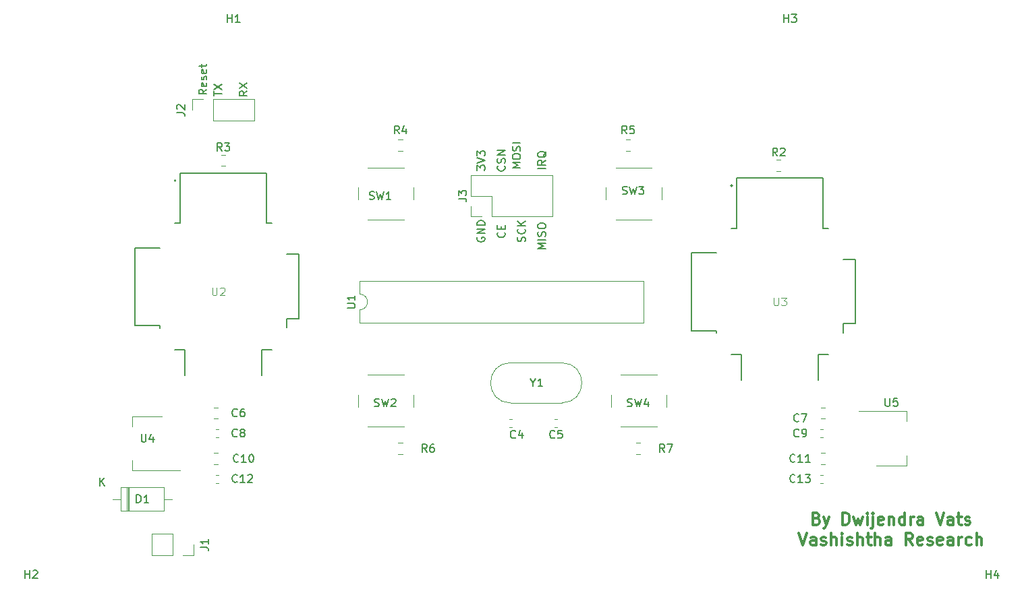
<source format=gbr>
%TF.GenerationSoftware,KiCad,Pcbnew,(5.1.6)-1*%
%TF.CreationDate,2021-01-04T11:57:39+05:30*%
%TF.ProjectId,JoyStick2,4a6f7953-7469-4636-9b32-2e6b69636164,rev?*%
%TF.SameCoordinates,Original*%
%TF.FileFunction,Legend,Top*%
%TF.FilePolarity,Positive*%
%FSLAX46Y46*%
G04 Gerber Fmt 4.6, Leading zero omitted, Abs format (unit mm)*
G04 Created by KiCad (PCBNEW (5.1.6)-1) date 2021-01-04 11:57:39*
%MOMM*%
%LPD*%
G01*
G04 APERTURE LIST*
%ADD10C,0.150000*%
%ADD11C,0.300000*%
%ADD12C,0.120000*%
%ADD13C,0.200000*%
%ADD14C,0.127000*%
%ADD15C,0.015000*%
G04 APERTURE END LIST*
D10*
X100147380Y-53506666D02*
X99671190Y-53840000D01*
X100147380Y-54078095D02*
X99147380Y-54078095D01*
X99147380Y-53697142D01*
X99195000Y-53601904D01*
X99242619Y-53554285D01*
X99337857Y-53506666D01*
X99480714Y-53506666D01*
X99575952Y-53554285D01*
X99623571Y-53601904D01*
X99671190Y-53697142D01*
X99671190Y-54078095D01*
X99147380Y-53173333D02*
X100147380Y-52506666D01*
X99147380Y-52506666D02*
X100147380Y-53173333D01*
X95972380Y-54101904D02*
X95972380Y-53530476D01*
X96972380Y-53816190D02*
X95972380Y-53816190D01*
X95972380Y-53292380D02*
X96972380Y-52625714D01*
X95972380Y-52625714D02*
X96972380Y-53292380D01*
X95067380Y-53308095D02*
X94591190Y-53641428D01*
X95067380Y-53879523D02*
X94067380Y-53879523D01*
X94067380Y-53498571D01*
X94115000Y-53403333D01*
X94162619Y-53355714D01*
X94257857Y-53308095D01*
X94400714Y-53308095D01*
X94495952Y-53355714D01*
X94543571Y-53403333D01*
X94591190Y-53498571D01*
X94591190Y-53879523D01*
X95019761Y-52498571D02*
X95067380Y-52593809D01*
X95067380Y-52784285D01*
X95019761Y-52879523D01*
X94924523Y-52927142D01*
X94543571Y-52927142D01*
X94448333Y-52879523D01*
X94400714Y-52784285D01*
X94400714Y-52593809D01*
X94448333Y-52498571D01*
X94543571Y-52450952D01*
X94638809Y-52450952D01*
X94734047Y-52927142D01*
X95019761Y-52070000D02*
X95067380Y-51974761D01*
X95067380Y-51784285D01*
X95019761Y-51689047D01*
X94924523Y-51641428D01*
X94876904Y-51641428D01*
X94781666Y-51689047D01*
X94734047Y-51784285D01*
X94734047Y-51927142D01*
X94686428Y-52022380D01*
X94591190Y-52070000D01*
X94543571Y-52070000D01*
X94448333Y-52022380D01*
X94400714Y-51927142D01*
X94400714Y-51784285D01*
X94448333Y-51689047D01*
X95019761Y-50831904D02*
X95067380Y-50927142D01*
X95067380Y-51117619D01*
X95019761Y-51212857D01*
X94924523Y-51260476D01*
X94543571Y-51260476D01*
X94448333Y-51212857D01*
X94400714Y-51117619D01*
X94400714Y-50927142D01*
X94448333Y-50831904D01*
X94543571Y-50784285D01*
X94638809Y-50784285D01*
X94734047Y-51260476D01*
X94400714Y-50498571D02*
X94400714Y-50117619D01*
X94067380Y-50355714D02*
X94924523Y-50355714D01*
X95019761Y-50308095D01*
X95067380Y-50212857D01*
X95067380Y-50117619D01*
X137612380Y-63253809D02*
X136612380Y-63253809D01*
X137612380Y-62206190D02*
X137136190Y-62539523D01*
X137612380Y-62777619D02*
X136612380Y-62777619D01*
X136612380Y-62396666D01*
X136660000Y-62301428D01*
X136707619Y-62253809D01*
X136802857Y-62206190D01*
X136945714Y-62206190D01*
X137040952Y-62253809D01*
X137088571Y-62301428D01*
X137136190Y-62396666D01*
X137136190Y-62777619D01*
X137707619Y-61110952D02*
X137660000Y-61206190D01*
X137564761Y-61301428D01*
X137421904Y-61444285D01*
X137374285Y-61539523D01*
X137374285Y-61634761D01*
X137612380Y-61587142D02*
X137564761Y-61682380D01*
X137469523Y-61777619D01*
X137279047Y-61825238D01*
X136945714Y-61825238D01*
X136755238Y-61777619D01*
X136660000Y-61682380D01*
X136612380Y-61587142D01*
X136612380Y-61396666D01*
X136660000Y-61301428D01*
X136755238Y-61206190D01*
X136945714Y-61158571D01*
X137279047Y-61158571D01*
X137469523Y-61206190D01*
X137564761Y-61301428D01*
X137612380Y-61396666D01*
X137612380Y-61587142D01*
X137612380Y-73326428D02*
X136612380Y-73326428D01*
X137326666Y-72993095D01*
X136612380Y-72659761D01*
X137612380Y-72659761D01*
X137612380Y-72183571D02*
X136612380Y-72183571D01*
X137564761Y-71755000D02*
X137612380Y-71612142D01*
X137612380Y-71374047D01*
X137564761Y-71278809D01*
X137517142Y-71231190D01*
X137421904Y-71183571D01*
X137326666Y-71183571D01*
X137231428Y-71231190D01*
X137183809Y-71278809D01*
X137136190Y-71374047D01*
X137088571Y-71564523D01*
X137040952Y-71659761D01*
X136993333Y-71707380D01*
X136898095Y-71755000D01*
X136802857Y-71755000D01*
X136707619Y-71707380D01*
X136660000Y-71659761D01*
X136612380Y-71564523D01*
X136612380Y-71326428D01*
X136660000Y-71183571D01*
X136612380Y-70564523D02*
X136612380Y-70374047D01*
X136660000Y-70278809D01*
X136755238Y-70183571D01*
X136945714Y-70135952D01*
X137279047Y-70135952D01*
X137469523Y-70183571D01*
X137564761Y-70278809D01*
X137612380Y-70374047D01*
X137612380Y-70564523D01*
X137564761Y-70659761D01*
X137469523Y-70755000D01*
X137279047Y-70802619D01*
X136945714Y-70802619D01*
X136755238Y-70755000D01*
X136660000Y-70659761D01*
X136612380Y-70564523D01*
X134437380Y-63166428D02*
X133437380Y-63166428D01*
X134151666Y-62833095D01*
X133437380Y-62499761D01*
X134437380Y-62499761D01*
X133437380Y-61833095D02*
X133437380Y-61642619D01*
X133485000Y-61547380D01*
X133580238Y-61452142D01*
X133770714Y-61404523D01*
X134104047Y-61404523D01*
X134294523Y-61452142D01*
X134389761Y-61547380D01*
X134437380Y-61642619D01*
X134437380Y-61833095D01*
X134389761Y-61928333D01*
X134294523Y-62023571D01*
X134104047Y-62071190D01*
X133770714Y-62071190D01*
X133580238Y-62023571D01*
X133485000Y-61928333D01*
X133437380Y-61833095D01*
X134389761Y-61023571D02*
X134437380Y-60880714D01*
X134437380Y-60642619D01*
X134389761Y-60547380D01*
X134342142Y-60499761D01*
X134246904Y-60452142D01*
X134151666Y-60452142D01*
X134056428Y-60499761D01*
X134008809Y-60547380D01*
X133961190Y-60642619D01*
X133913571Y-60833095D01*
X133865952Y-60928333D01*
X133818333Y-60975952D01*
X133723095Y-61023571D01*
X133627857Y-61023571D01*
X133532619Y-60975952D01*
X133485000Y-60928333D01*
X133437380Y-60833095D01*
X133437380Y-60595000D01*
X133485000Y-60452142D01*
X134437380Y-60023571D02*
X133437380Y-60023571D01*
X135024761Y-72405714D02*
X135072380Y-72262857D01*
X135072380Y-72024761D01*
X135024761Y-71929523D01*
X134977142Y-71881904D01*
X134881904Y-71834285D01*
X134786666Y-71834285D01*
X134691428Y-71881904D01*
X134643809Y-71929523D01*
X134596190Y-72024761D01*
X134548571Y-72215238D01*
X134500952Y-72310476D01*
X134453333Y-72358095D01*
X134358095Y-72405714D01*
X134262857Y-72405714D01*
X134167619Y-72358095D01*
X134120000Y-72310476D01*
X134072380Y-72215238D01*
X134072380Y-71977142D01*
X134120000Y-71834285D01*
X134977142Y-70834285D02*
X135024761Y-70881904D01*
X135072380Y-71024761D01*
X135072380Y-71120000D01*
X135024761Y-71262857D01*
X134929523Y-71358095D01*
X134834285Y-71405714D01*
X134643809Y-71453333D01*
X134500952Y-71453333D01*
X134310476Y-71405714D01*
X134215238Y-71358095D01*
X134120000Y-71262857D01*
X134072380Y-71120000D01*
X134072380Y-71024761D01*
X134120000Y-70881904D01*
X134167619Y-70834285D01*
X135072380Y-70405714D02*
X134072380Y-70405714D01*
X135072380Y-69834285D02*
X134500952Y-70262857D01*
X134072380Y-69834285D02*
X134643809Y-70405714D01*
X132437142Y-62920476D02*
X132484761Y-62968095D01*
X132532380Y-63110952D01*
X132532380Y-63206190D01*
X132484761Y-63349047D01*
X132389523Y-63444285D01*
X132294285Y-63491904D01*
X132103809Y-63539523D01*
X131960952Y-63539523D01*
X131770476Y-63491904D01*
X131675238Y-63444285D01*
X131580000Y-63349047D01*
X131532380Y-63206190D01*
X131532380Y-63110952D01*
X131580000Y-62968095D01*
X131627619Y-62920476D01*
X132484761Y-62539523D02*
X132532380Y-62396666D01*
X132532380Y-62158571D01*
X132484761Y-62063333D01*
X132437142Y-62015714D01*
X132341904Y-61968095D01*
X132246666Y-61968095D01*
X132151428Y-62015714D01*
X132103809Y-62063333D01*
X132056190Y-62158571D01*
X132008571Y-62349047D01*
X131960952Y-62444285D01*
X131913333Y-62491904D01*
X131818095Y-62539523D01*
X131722857Y-62539523D01*
X131627619Y-62491904D01*
X131580000Y-62444285D01*
X131532380Y-62349047D01*
X131532380Y-62110952D01*
X131580000Y-61968095D01*
X132532380Y-61539523D02*
X131532380Y-61539523D01*
X132532380Y-60968095D01*
X131532380Y-60968095D01*
X132437142Y-71262857D02*
X132484761Y-71310476D01*
X132532380Y-71453333D01*
X132532380Y-71548571D01*
X132484761Y-71691428D01*
X132389523Y-71786666D01*
X132294285Y-71834285D01*
X132103809Y-71881904D01*
X131960952Y-71881904D01*
X131770476Y-71834285D01*
X131675238Y-71786666D01*
X131580000Y-71691428D01*
X131532380Y-71548571D01*
X131532380Y-71453333D01*
X131580000Y-71310476D01*
X131627619Y-71262857D01*
X132008571Y-70834285D02*
X132008571Y-70500952D01*
X132532380Y-70358095D02*
X132532380Y-70834285D01*
X131532380Y-70834285D01*
X131532380Y-70358095D01*
X129040000Y-71881904D02*
X128992380Y-71977142D01*
X128992380Y-72120000D01*
X129040000Y-72262857D01*
X129135238Y-72358095D01*
X129230476Y-72405714D01*
X129420952Y-72453333D01*
X129563809Y-72453333D01*
X129754285Y-72405714D01*
X129849523Y-72358095D01*
X129944761Y-72262857D01*
X129992380Y-72120000D01*
X129992380Y-72024761D01*
X129944761Y-71881904D01*
X129897142Y-71834285D01*
X129563809Y-71834285D01*
X129563809Y-72024761D01*
X129992380Y-71405714D02*
X128992380Y-71405714D01*
X129992380Y-70834285D01*
X128992380Y-70834285D01*
X129992380Y-70358095D02*
X128992380Y-70358095D01*
X128992380Y-70120000D01*
X129040000Y-69977142D01*
X129135238Y-69881904D01*
X129230476Y-69834285D01*
X129420952Y-69786666D01*
X129563809Y-69786666D01*
X129754285Y-69834285D01*
X129849523Y-69881904D01*
X129944761Y-69977142D01*
X129992380Y-70120000D01*
X129992380Y-70358095D01*
X128992380Y-63468095D02*
X128992380Y-62849047D01*
X129373333Y-63182380D01*
X129373333Y-63039523D01*
X129420952Y-62944285D01*
X129468571Y-62896666D01*
X129563809Y-62849047D01*
X129801904Y-62849047D01*
X129897142Y-62896666D01*
X129944761Y-62944285D01*
X129992380Y-63039523D01*
X129992380Y-63325238D01*
X129944761Y-63420476D01*
X129897142Y-63468095D01*
X128992380Y-62563333D02*
X129992380Y-62230000D01*
X128992380Y-61896666D01*
X128992380Y-61658571D02*
X128992380Y-61039523D01*
X129373333Y-61372857D01*
X129373333Y-61230000D01*
X129420952Y-61134761D01*
X129468571Y-61087142D01*
X129563809Y-61039523D01*
X129801904Y-61039523D01*
X129897142Y-61087142D01*
X129944761Y-61134761D01*
X129992380Y-61230000D01*
X129992380Y-61515714D01*
X129944761Y-61610952D01*
X129897142Y-61658571D01*
D11*
X171617857Y-107202857D02*
X171832142Y-107274285D01*
X171903571Y-107345714D01*
X171975000Y-107488571D01*
X171975000Y-107702857D01*
X171903571Y-107845714D01*
X171832142Y-107917142D01*
X171689285Y-107988571D01*
X171117857Y-107988571D01*
X171117857Y-106488571D01*
X171617857Y-106488571D01*
X171760714Y-106560000D01*
X171832142Y-106631428D01*
X171903571Y-106774285D01*
X171903571Y-106917142D01*
X171832142Y-107060000D01*
X171760714Y-107131428D01*
X171617857Y-107202857D01*
X171117857Y-107202857D01*
X172475000Y-106988571D02*
X172832142Y-107988571D01*
X173189285Y-106988571D02*
X172832142Y-107988571D01*
X172689285Y-108345714D01*
X172617857Y-108417142D01*
X172475000Y-108488571D01*
X174903571Y-107988571D02*
X174903571Y-106488571D01*
X175260714Y-106488571D01*
X175475000Y-106560000D01*
X175617857Y-106702857D01*
X175689285Y-106845714D01*
X175760714Y-107131428D01*
X175760714Y-107345714D01*
X175689285Y-107631428D01*
X175617857Y-107774285D01*
X175475000Y-107917142D01*
X175260714Y-107988571D01*
X174903571Y-107988571D01*
X176260714Y-106988571D02*
X176546428Y-107988571D01*
X176832142Y-107274285D01*
X177117857Y-107988571D01*
X177403571Y-106988571D01*
X177975000Y-107988571D02*
X177975000Y-106988571D01*
X177975000Y-106488571D02*
X177903571Y-106560000D01*
X177975000Y-106631428D01*
X178046428Y-106560000D01*
X177975000Y-106488571D01*
X177975000Y-106631428D01*
X178689285Y-106988571D02*
X178689285Y-108274285D01*
X178617857Y-108417142D01*
X178475000Y-108488571D01*
X178403571Y-108488571D01*
X178689285Y-106488571D02*
X178617857Y-106560000D01*
X178689285Y-106631428D01*
X178760714Y-106560000D01*
X178689285Y-106488571D01*
X178689285Y-106631428D01*
X179975000Y-107917142D02*
X179832142Y-107988571D01*
X179546428Y-107988571D01*
X179403571Y-107917142D01*
X179332142Y-107774285D01*
X179332142Y-107202857D01*
X179403571Y-107060000D01*
X179546428Y-106988571D01*
X179832142Y-106988571D01*
X179975000Y-107060000D01*
X180046428Y-107202857D01*
X180046428Y-107345714D01*
X179332142Y-107488571D01*
X180689285Y-106988571D02*
X180689285Y-107988571D01*
X180689285Y-107131428D02*
X180760714Y-107060000D01*
X180903571Y-106988571D01*
X181117857Y-106988571D01*
X181260714Y-107060000D01*
X181332142Y-107202857D01*
X181332142Y-107988571D01*
X182689285Y-107988571D02*
X182689285Y-106488571D01*
X182689285Y-107917142D02*
X182546428Y-107988571D01*
X182260714Y-107988571D01*
X182117857Y-107917142D01*
X182046428Y-107845714D01*
X181975000Y-107702857D01*
X181975000Y-107274285D01*
X182046428Y-107131428D01*
X182117857Y-107060000D01*
X182260714Y-106988571D01*
X182546428Y-106988571D01*
X182689285Y-107060000D01*
X183403571Y-107988571D02*
X183403571Y-106988571D01*
X183403571Y-107274285D02*
X183475000Y-107131428D01*
X183546428Y-107060000D01*
X183689285Y-106988571D01*
X183832142Y-106988571D01*
X184975000Y-107988571D02*
X184975000Y-107202857D01*
X184903571Y-107060000D01*
X184760714Y-106988571D01*
X184475000Y-106988571D01*
X184332142Y-107060000D01*
X184975000Y-107917142D02*
X184832142Y-107988571D01*
X184475000Y-107988571D01*
X184332142Y-107917142D01*
X184260714Y-107774285D01*
X184260714Y-107631428D01*
X184332142Y-107488571D01*
X184475000Y-107417142D01*
X184832142Y-107417142D01*
X184975000Y-107345714D01*
X186617857Y-106488571D02*
X187117857Y-107988571D01*
X187617857Y-106488571D01*
X188760714Y-107988571D02*
X188760714Y-107202857D01*
X188689285Y-107060000D01*
X188546428Y-106988571D01*
X188260714Y-106988571D01*
X188117857Y-107060000D01*
X188760714Y-107917142D02*
X188617857Y-107988571D01*
X188260714Y-107988571D01*
X188117857Y-107917142D01*
X188046428Y-107774285D01*
X188046428Y-107631428D01*
X188117857Y-107488571D01*
X188260714Y-107417142D01*
X188617857Y-107417142D01*
X188760714Y-107345714D01*
X189260714Y-106988571D02*
X189832142Y-106988571D01*
X189475000Y-106488571D02*
X189475000Y-107774285D01*
X189546428Y-107917142D01*
X189689285Y-107988571D01*
X189832142Y-107988571D01*
X190260714Y-107917142D02*
X190403571Y-107988571D01*
X190689285Y-107988571D01*
X190832142Y-107917142D01*
X190903571Y-107774285D01*
X190903571Y-107702857D01*
X190832142Y-107560000D01*
X190689285Y-107488571D01*
X190475000Y-107488571D01*
X190332142Y-107417142D01*
X190260714Y-107274285D01*
X190260714Y-107202857D01*
X190332142Y-107060000D01*
X190475000Y-106988571D01*
X190689285Y-106988571D01*
X190832142Y-107060000D01*
X169403571Y-109038571D02*
X169903571Y-110538571D01*
X170403571Y-109038571D01*
X171546428Y-110538571D02*
X171546428Y-109752857D01*
X171474999Y-109610000D01*
X171332142Y-109538571D01*
X171046428Y-109538571D01*
X170903571Y-109610000D01*
X171546428Y-110467142D02*
X171403571Y-110538571D01*
X171046428Y-110538571D01*
X170903571Y-110467142D01*
X170832142Y-110324285D01*
X170832142Y-110181428D01*
X170903571Y-110038571D01*
X171046428Y-109967142D01*
X171403571Y-109967142D01*
X171546428Y-109895714D01*
X172189285Y-110467142D02*
X172332142Y-110538571D01*
X172617857Y-110538571D01*
X172760714Y-110467142D01*
X172832142Y-110324285D01*
X172832142Y-110252857D01*
X172760714Y-110110000D01*
X172617857Y-110038571D01*
X172403571Y-110038571D01*
X172260714Y-109967142D01*
X172189285Y-109824285D01*
X172189285Y-109752857D01*
X172260714Y-109610000D01*
X172403571Y-109538571D01*
X172617857Y-109538571D01*
X172760714Y-109610000D01*
X173474999Y-110538571D02*
X173474999Y-109038571D01*
X174117857Y-110538571D02*
X174117857Y-109752857D01*
X174046428Y-109610000D01*
X173903571Y-109538571D01*
X173689285Y-109538571D01*
X173546428Y-109610000D01*
X173474999Y-109681428D01*
X174832142Y-110538571D02*
X174832142Y-109538571D01*
X174832142Y-109038571D02*
X174760714Y-109110000D01*
X174832142Y-109181428D01*
X174903571Y-109110000D01*
X174832142Y-109038571D01*
X174832142Y-109181428D01*
X175474999Y-110467142D02*
X175617857Y-110538571D01*
X175903571Y-110538571D01*
X176046428Y-110467142D01*
X176117857Y-110324285D01*
X176117857Y-110252857D01*
X176046428Y-110110000D01*
X175903571Y-110038571D01*
X175689285Y-110038571D01*
X175546428Y-109967142D01*
X175474999Y-109824285D01*
X175474999Y-109752857D01*
X175546428Y-109610000D01*
X175689285Y-109538571D01*
X175903571Y-109538571D01*
X176046428Y-109610000D01*
X176760714Y-110538571D02*
X176760714Y-109038571D01*
X177403571Y-110538571D02*
X177403571Y-109752857D01*
X177332142Y-109610000D01*
X177189285Y-109538571D01*
X176974999Y-109538571D01*
X176832142Y-109610000D01*
X176760714Y-109681428D01*
X177903571Y-109538571D02*
X178474999Y-109538571D01*
X178117857Y-109038571D02*
X178117857Y-110324285D01*
X178189285Y-110467142D01*
X178332142Y-110538571D01*
X178474999Y-110538571D01*
X178974999Y-110538571D02*
X178974999Y-109038571D01*
X179617857Y-110538571D02*
X179617857Y-109752857D01*
X179546428Y-109610000D01*
X179403571Y-109538571D01*
X179189285Y-109538571D01*
X179046428Y-109610000D01*
X178974999Y-109681428D01*
X180974999Y-110538571D02*
X180974999Y-109752857D01*
X180903571Y-109610000D01*
X180760714Y-109538571D01*
X180474999Y-109538571D01*
X180332142Y-109610000D01*
X180974999Y-110467142D02*
X180832142Y-110538571D01*
X180474999Y-110538571D01*
X180332142Y-110467142D01*
X180260714Y-110324285D01*
X180260714Y-110181428D01*
X180332142Y-110038571D01*
X180474999Y-109967142D01*
X180832142Y-109967142D01*
X180974999Y-109895714D01*
X183689285Y-110538571D02*
X183189285Y-109824285D01*
X182832142Y-110538571D02*
X182832142Y-109038571D01*
X183403571Y-109038571D01*
X183546428Y-109110000D01*
X183617857Y-109181428D01*
X183689285Y-109324285D01*
X183689285Y-109538571D01*
X183617857Y-109681428D01*
X183546428Y-109752857D01*
X183403571Y-109824285D01*
X182832142Y-109824285D01*
X184903571Y-110467142D02*
X184760714Y-110538571D01*
X184474999Y-110538571D01*
X184332142Y-110467142D01*
X184260714Y-110324285D01*
X184260714Y-109752857D01*
X184332142Y-109610000D01*
X184474999Y-109538571D01*
X184760714Y-109538571D01*
X184903571Y-109610000D01*
X184974999Y-109752857D01*
X184974999Y-109895714D01*
X184260714Y-110038571D01*
X185546428Y-110467142D02*
X185689285Y-110538571D01*
X185974999Y-110538571D01*
X186117857Y-110467142D01*
X186189285Y-110324285D01*
X186189285Y-110252857D01*
X186117857Y-110110000D01*
X185974999Y-110038571D01*
X185760714Y-110038571D01*
X185617857Y-109967142D01*
X185546428Y-109824285D01*
X185546428Y-109752857D01*
X185617857Y-109610000D01*
X185760714Y-109538571D01*
X185974999Y-109538571D01*
X186117857Y-109610000D01*
X187403571Y-110467142D02*
X187260714Y-110538571D01*
X186974999Y-110538571D01*
X186832142Y-110467142D01*
X186760714Y-110324285D01*
X186760714Y-109752857D01*
X186832142Y-109610000D01*
X186974999Y-109538571D01*
X187260714Y-109538571D01*
X187403571Y-109610000D01*
X187474999Y-109752857D01*
X187474999Y-109895714D01*
X186760714Y-110038571D01*
X188760714Y-110538571D02*
X188760714Y-109752857D01*
X188689285Y-109610000D01*
X188546428Y-109538571D01*
X188260714Y-109538571D01*
X188117857Y-109610000D01*
X188760714Y-110467142D02*
X188617857Y-110538571D01*
X188260714Y-110538571D01*
X188117857Y-110467142D01*
X188046428Y-110324285D01*
X188046428Y-110181428D01*
X188117857Y-110038571D01*
X188260714Y-109967142D01*
X188617857Y-109967142D01*
X188760714Y-109895714D01*
X189475000Y-110538571D02*
X189475000Y-109538571D01*
X189475000Y-109824285D02*
X189546428Y-109681428D01*
X189617857Y-109610000D01*
X189760714Y-109538571D01*
X189903571Y-109538571D01*
X191046428Y-110467142D02*
X190903571Y-110538571D01*
X190617857Y-110538571D01*
X190475000Y-110467142D01*
X190403571Y-110395714D01*
X190332142Y-110252857D01*
X190332142Y-109824285D01*
X190403571Y-109681428D01*
X190475000Y-109610000D01*
X190617857Y-109538571D01*
X190903571Y-109538571D01*
X191046428Y-109610000D01*
X191689285Y-110538571D02*
X191689285Y-109038571D01*
X192332142Y-110538571D02*
X192332142Y-109752857D01*
X192260714Y-109610000D01*
X192117857Y-109538571D01*
X191903571Y-109538571D01*
X191760714Y-109610000D01*
X191689285Y-109681428D01*
D12*
%TO.C,J3*%
X128210000Y-69275000D02*
X128210000Y-67945000D01*
X129540000Y-69275000D02*
X128210000Y-69275000D01*
X128210000Y-66675000D02*
X128210000Y-64075000D01*
X130810000Y-66675000D02*
X128210000Y-66675000D01*
X130810000Y-69275000D02*
X130810000Y-66675000D01*
X128210000Y-64075000D02*
X138490000Y-64075000D01*
X130810000Y-69275000D02*
X138490000Y-69275000D01*
X138490000Y-69275000D02*
X138490000Y-64075000D01*
%TO.C,U1*%
X114240000Y-77360000D02*
X114240000Y-79010000D01*
X149920000Y-77360000D02*
X114240000Y-77360000D01*
X149920000Y-82660000D02*
X149920000Y-77360000D01*
X114240000Y-82660000D02*
X149920000Y-82660000D01*
X114240000Y-81010000D02*
X114240000Y-82660000D01*
X114240000Y-79010000D02*
G75*
G02*
X114240000Y-81010000I0J-1000000D01*
G01*
%TO.C,C4*%
X133360279Y-95760000D02*
X133034721Y-95760000D01*
X133360279Y-94740000D02*
X133034721Y-94740000D01*
%TO.C,C5*%
X139075279Y-94740000D02*
X138749721Y-94740000D01*
X139075279Y-95760000D02*
X138749721Y-95760000D01*
%TO.C,Y1*%
X133225000Y-92695000D02*
X139625000Y-92695000D01*
X133225000Y-87645000D02*
X139625000Y-87645000D01*
X133225000Y-92695000D02*
G75*
G02*
X133225000Y-87645000I0J2525000D01*
G01*
X139625000Y-92695000D02*
G75*
G03*
X139625000Y-87645000I0J2525000D01*
G01*
D13*
%TO.C,U2*%
X91205000Y-64755000D02*
G75*
G03*
X91205000Y-64755000I-100000J0D01*
G01*
D14*
X86055000Y-73205000D02*
X89205000Y-73205000D01*
X86055000Y-83005000D02*
X86055000Y-73205000D01*
X89205000Y-83005000D02*
X86055000Y-83005000D01*
X89205000Y-83275000D02*
X89205000Y-83005000D01*
X92305000Y-86005000D02*
X91085000Y-86005000D01*
X92305000Y-89205000D02*
X92305000Y-86005000D01*
X102005000Y-86005000D02*
X102005000Y-89205000D01*
X103235000Y-86005000D02*
X102005000Y-86005000D01*
X105105000Y-82105000D02*
X105105000Y-83225000D01*
X106655000Y-82105000D02*
X105105000Y-82105000D01*
X106655000Y-74005000D02*
X106655000Y-82105000D01*
X105105000Y-74005000D02*
X106655000Y-74005000D01*
X102605000Y-70105000D02*
X103235000Y-70105000D01*
X102605000Y-63805000D02*
X102605000Y-70105000D01*
X91705000Y-63805000D02*
X102605000Y-63805000D01*
X91705000Y-70105000D02*
X91705000Y-63805000D01*
X91085000Y-70105000D02*
X91705000Y-70105000D01*
%TO.C,U3*%
X160935000Y-70740000D02*
X161555000Y-70740000D01*
X161555000Y-70740000D02*
X161555000Y-64440000D01*
X161555000Y-64440000D02*
X172455000Y-64440000D01*
X172455000Y-64440000D02*
X172455000Y-70740000D01*
X172455000Y-70740000D02*
X173085000Y-70740000D01*
X174955000Y-74640000D02*
X176505000Y-74640000D01*
X176505000Y-74640000D02*
X176505000Y-82740000D01*
X176505000Y-82740000D02*
X174955000Y-82740000D01*
X174955000Y-82740000D02*
X174955000Y-83860000D01*
X173085000Y-86640000D02*
X171855000Y-86640000D01*
X171855000Y-86640000D02*
X171855000Y-89840000D01*
X162155000Y-89840000D02*
X162155000Y-86640000D01*
X162155000Y-86640000D02*
X160935000Y-86640000D01*
X159055000Y-83910000D02*
X159055000Y-83640000D01*
X159055000Y-83640000D02*
X155905000Y-83640000D01*
X155905000Y-83640000D02*
X155905000Y-73840000D01*
X155905000Y-73840000D02*
X159055000Y-73840000D01*
D13*
X161055000Y-65390000D02*
G75*
G03*
X161055000Y-65390000I-100000J0D01*
G01*
D12*
%TO.C,C6*%
X95958922Y-93270000D02*
X96476078Y-93270000D01*
X95958922Y-94690000D02*
X96476078Y-94690000D01*
%TO.C,C7*%
X172676078Y-93270000D02*
X172158922Y-93270000D01*
X172676078Y-94690000D02*
X172158922Y-94690000D01*
%TO.C,C8*%
X96204721Y-97030000D02*
X96530279Y-97030000D01*
X96204721Y-96010000D02*
X96530279Y-96010000D01*
%TO.C,C9*%
X172400279Y-96010000D02*
X172074721Y-96010000D01*
X172400279Y-97030000D02*
X172074721Y-97030000D01*
%TO.C,C10*%
X95958922Y-100405000D02*
X96476078Y-100405000D01*
X95958922Y-98985000D02*
X96476078Y-98985000D01*
%TO.C,C11*%
X172676078Y-100405000D02*
X172158922Y-100405000D01*
X172676078Y-98985000D02*
X172158922Y-98985000D01*
%TO.C,C12*%
X96204721Y-101725000D02*
X96530279Y-101725000D01*
X96204721Y-102745000D02*
X96530279Y-102745000D01*
%TO.C,C13*%
X172400279Y-102745000D02*
X172074721Y-102745000D01*
X172400279Y-101725000D02*
X172074721Y-101725000D01*
%TO.C,D1*%
X84275000Y-103305000D02*
X84275000Y-106245000D01*
X84275000Y-106245000D02*
X89715000Y-106245000D01*
X89715000Y-106245000D02*
X89715000Y-103305000D01*
X89715000Y-103305000D02*
X84275000Y-103305000D01*
X83255000Y-104775000D02*
X84275000Y-104775000D01*
X90735000Y-104775000D02*
X89715000Y-104775000D01*
X85175000Y-103305000D02*
X85175000Y-106245000D01*
X85295000Y-103305000D02*
X85295000Y-106245000D01*
X85055000Y-103305000D02*
X85055000Y-106245000D01*
%TO.C,J1*%
X90805000Y-109160000D02*
X90805000Y-111820000D01*
X90805000Y-109160000D02*
X88205000Y-109160000D01*
X88205000Y-109160000D02*
X88205000Y-111820000D01*
X90805000Y-111820000D02*
X88205000Y-111820000D01*
X93405000Y-111820000D02*
X92075000Y-111820000D01*
X93405000Y-110490000D02*
X93405000Y-111820000D01*
%TO.C,U4*%
X91705000Y-101200000D02*
X85695000Y-101200000D01*
X89455000Y-94380000D02*
X85695000Y-94380000D01*
X85695000Y-101200000D02*
X85695000Y-99940000D01*
X85695000Y-94380000D02*
X85695000Y-95640000D01*
%TO.C,U5*%
X182910000Y-100565000D02*
X182910000Y-99305000D01*
X182910000Y-93745000D02*
X182910000Y-95005000D01*
X179150000Y-100565000D02*
X182910000Y-100565000D01*
X176900000Y-93745000D02*
X182910000Y-93745000D01*
%TO.C,R2*%
X166593922Y-62155000D02*
X167111078Y-62155000D01*
X166593922Y-63575000D02*
X167111078Y-63575000D01*
%TO.C,R3*%
X96896422Y-62940000D02*
X97413578Y-62940000D01*
X96896422Y-61520000D02*
X97413578Y-61520000D01*
%TO.C,R4*%
X119121422Y-61035000D02*
X119638578Y-61035000D01*
X119121422Y-59615000D02*
X119638578Y-59615000D01*
%TO.C,R5*%
X147696422Y-59615000D02*
X148213578Y-59615000D01*
X147696422Y-61035000D02*
X148213578Y-61035000D01*
%TO.C,R6*%
X119121422Y-97715000D02*
X119638578Y-97715000D01*
X119121422Y-99135000D02*
X119638578Y-99135000D01*
%TO.C,R7*%
X148966422Y-99135000D02*
X149483578Y-99135000D01*
X148966422Y-97715000D02*
X149483578Y-97715000D01*
%TO.C,SW1*%
X115300000Y-69635000D02*
X119800000Y-69635000D01*
X114050000Y-65635000D02*
X114050000Y-67135000D01*
X119800000Y-63135000D02*
X115300000Y-63135000D01*
X121050000Y-67135000D02*
X121050000Y-65635000D01*
%TO.C,SW2*%
X121050000Y-93170000D02*
X121050000Y-91670000D01*
X119800000Y-89170000D02*
X115300000Y-89170000D01*
X114050000Y-91670000D02*
X114050000Y-93170000D01*
X115300000Y-95670000D02*
X119800000Y-95670000D01*
%TO.C,SW3*%
X146415000Y-69635000D02*
X150915000Y-69635000D01*
X145165000Y-65635000D02*
X145165000Y-67135000D01*
X150915000Y-63135000D02*
X146415000Y-63135000D01*
X152165000Y-67135000D02*
X152165000Y-65635000D01*
%TO.C,SW4*%
X152800000Y-93170000D02*
X152800000Y-91670000D01*
X151550000Y-89170000D02*
X147050000Y-89170000D01*
X145800000Y-91670000D02*
X145800000Y-93170000D01*
X147050000Y-95670000D02*
X151550000Y-95670000D01*
%TO.C,J2*%
X95885000Y-57210000D02*
X95885000Y-54550000D01*
X95885000Y-57210000D02*
X101025000Y-57210000D01*
X101025000Y-57210000D02*
X101025000Y-54550000D01*
X95885000Y-54550000D02*
X101025000Y-54550000D01*
X93285000Y-54550000D02*
X94615000Y-54550000D01*
X93285000Y-55880000D02*
X93285000Y-54550000D01*
%TO.C,J3*%
D10*
X126662380Y-67008333D02*
X127376666Y-67008333D01*
X127519523Y-67055952D01*
X127614761Y-67151190D01*
X127662380Y-67294047D01*
X127662380Y-67389285D01*
X126662380Y-66627380D02*
X126662380Y-66008333D01*
X127043333Y-66341666D01*
X127043333Y-66198809D01*
X127090952Y-66103571D01*
X127138571Y-66055952D01*
X127233809Y-66008333D01*
X127471904Y-66008333D01*
X127567142Y-66055952D01*
X127614761Y-66103571D01*
X127662380Y-66198809D01*
X127662380Y-66484523D01*
X127614761Y-66579761D01*
X127567142Y-66627380D01*
%TO.C,U1*%
X112692380Y-80771904D02*
X113501904Y-80771904D01*
X113597142Y-80724285D01*
X113644761Y-80676666D01*
X113692380Y-80581428D01*
X113692380Y-80390952D01*
X113644761Y-80295714D01*
X113597142Y-80248095D01*
X113501904Y-80200476D01*
X112692380Y-80200476D01*
X113692380Y-79200476D02*
X113692380Y-79771904D01*
X113692380Y-79486190D02*
X112692380Y-79486190D01*
X112835238Y-79581428D01*
X112930476Y-79676666D01*
X112978095Y-79771904D01*
%TO.C,C4*%
X133818333Y-97037142D02*
X133770714Y-97084761D01*
X133627857Y-97132380D01*
X133532619Y-97132380D01*
X133389761Y-97084761D01*
X133294523Y-96989523D01*
X133246904Y-96894285D01*
X133199285Y-96703809D01*
X133199285Y-96560952D01*
X133246904Y-96370476D01*
X133294523Y-96275238D01*
X133389761Y-96180000D01*
X133532619Y-96132380D01*
X133627857Y-96132380D01*
X133770714Y-96180000D01*
X133818333Y-96227619D01*
X134675476Y-96465714D02*
X134675476Y-97132380D01*
X134437380Y-96084761D02*
X134199285Y-96799047D01*
X134818333Y-96799047D01*
%TO.C,C5*%
X138745833Y-97037142D02*
X138698214Y-97084761D01*
X138555357Y-97132380D01*
X138460119Y-97132380D01*
X138317261Y-97084761D01*
X138222023Y-96989523D01*
X138174404Y-96894285D01*
X138126785Y-96703809D01*
X138126785Y-96560952D01*
X138174404Y-96370476D01*
X138222023Y-96275238D01*
X138317261Y-96180000D01*
X138460119Y-96132380D01*
X138555357Y-96132380D01*
X138698214Y-96180000D01*
X138745833Y-96227619D01*
X139650595Y-96132380D02*
X139174404Y-96132380D01*
X139126785Y-96608571D01*
X139174404Y-96560952D01*
X139269642Y-96513333D01*
X139507738Y-96513333D01*
X139602976Y-96560952D01*
X139650595Y-96608571D01*
X139698214Y-96703809D01*
X139698214Y-96941904D01*
X139650595Y-97037142D01*
X139602976Y-97084761D01*
X139507738Y-97132380D01*
X139269642Y-97132380D01*
X139174404Y-97084761D01*
X139126785Y-97037142D01*
%TO.C,Y1*%
X136048809Y-90146190D02*
X136048809Y-90622380D01*
X135715476Y-89622380D02*
X136048809Y-90146190D01*
X136382142Y-89622380D01*
X137239285Y-90622380D02*
X136667857Y-90622380D01*
X136953571Y-90622380D02*
X136953571Y-89622380D01*
X136858333Y-89765238D01*
X136763095Y-89860476D01*
X136667857Y-89908095D01*
%TO.C,U2*%
D15*
X95758095Y-78192380D02*
X95758095Y-79001904D01*
X95805714Y-79097142D01*
X95853333Y-79144761D01*
X95948571Y-79192380D01*
X96139047Y-79192380D01*
X96234285Y-79144761D01*
X96281904Y-79097142D01*
X96329523Y-79001904D01*
X96329523Y-78192380D01*
X96758095Y-78287619D02*
X96805714Y-78240000D01*
X96900952Y-78192380D01*
X97139047Y-78192380D01*
X97234285Y-78240000D01*
X97281904Y-78287619D01*
X97329523Y-78382857D01*
X97329523Y-78478095D01*
X97281904Y-78620952D01*
X96710476Y-79192380D01*
X97329523Y-79192380D01*
%TO.C,U3*%
X166243095Y-79462380D02*
X166243095Y-80271904D01*
X166290714Y-80367142D01*
X166338333Y-80414761D01*
X166433571Y-80462380D01*
X166624047Y-80462380D01*
X166719285Y-80414761D01*
X166766904Y-80367142D01*
X166814523Y-80271904D01*
X166814523Y-79462380D01*
X167195476Y-79462380D02*
X167814523Y-79462380D01*
X167481190Y-79843333D01*
X167624047Y-79843333D01*
X167719285Y-79890952D01*
X167766904Y-79938571D01*
X167814523Y-80033809D01*
X167814523Y-80271904D01*
X167766904Y-80367142D01*
X167719285Y-80414761D01*
X167624047Y-80462380D01*
X167338333Y-80462380D01*
X167243095Y-80414761D01*
X167195476Y-80367142D01*
%TO.C,C6*%
D10*
X98893333Y-94337142D02*
X98845714Y-94384761D01*
X98702857Y-94432380D01*
X98607619Y-94432380D01*
X98464761Y-94384761D01*
X98369523Y-94289523D01*
X98321904Y-94194285D01*
X98274285Y-94003809D01*
X98274285Y-93860952D01*
X98321904Y-93670476D01*
X98369523Y-93575238D01*
X98464761Y-93480000D01*
X98607619Y-93432380D01*
X98702857Y-93432380D01*
X98845714Y-93480000D01*
X98893333Y-93527619D01*
X99750476Y-93432380D02*
X99560000Y-93432380D01*
X99464761Y-93480000D01*
X99417142Y-93527619D01*
X99321904Y-93670476D01*
X99274285Y-93860952D01*
X99274285Y-94241904D01*
X99321904Y-94337142D01*
X99369523Y-94384761D01*
X99464761Y-94432380D01*
X99655238Y-94432380D01*
X99750476Y-94384761D01*
X99798095Y-94337142D01*
X99845714Y-94241904D01*
X99845714Y-94003809D01*
X99798095Y-93908571D01*
X99750476Y-93860952D01*
X99655238Y-93813333D01*
X99464761Y-93813333D01*
X99369523Y-93860952D01*
X99321904Y-93908571D01*
X99274285Y-94003809D01*
%TO.C,C7*%
X169378333Y-94972142D02*
X169330714Y-95019761D01*
X169187857Y-95067380D01*
X169092619Y-95067380D01*
X168949761Y-95019761D01*
X168854523Y-94924523D01*
X168806904Y-94829285D01*
X168759285Y-94638809D01*
X168759285Y-94495952D01*
X168806904Y-94305476D01*
X168854523Y-94210238D01*
X168949761Y-94115000D01*
X169092619Y-94067380D01*
X169187857Y-94067380D01*
X169330714Y-94115000D01*
X169378333Y-94162619D01*
X169711666Y-94067380D02*
X170378333Y-94067380D01*
X169949761Y-95067380D01*
%TO.C,C8*%
X98893333Y-96877142D02*
X98845714Y-96924761D01*
X98702857Y-96972380D01*
X98607619Y-96972380D01*
X98464761Y-96924761D01*
X98369523Y-96829523D01*
X98321904Y-96734285D01*
X98274285Y-96543809D01*
X98274285Y-96400952D01*
X98321904Y-96210476D01*
X98369523Y-96115238D01*
X98464761Y-96020000D01*
X98607619Y-95972380D01*
X98702857Y-95972380D01*
X98845714Y-96020000D01*
X98893333Y-96067619D01*
X99464761Y-96400952D02*
X99369523Y-96353333D01*
X99321904Y-96305714D01*
X99274285Y-96210476D01*
X99274285Y-96162857D01*
X99321904Y-96067619D01*
X99369523Y-96020000D01*
X99464761Y-95972380D01*
X99655238Y-95972380D01*
X99750476Y-96020000D01*
X99798095Y-96067619D01*
X99845714Y-96162857D01*
X99845714Y-96210476D01*
X99798095Y-96305714D01*
X99750476Y-96353333D01*
X99655238Y-96400952D01*
X99464761Y-96400952D01*
X99369523Y-96448571D01*
X99321904Y-96496190D01*
X99274285Y-96591428D01*
X99274285Y-96781904D01*
X99321904Y-96877142D01*
X99369523Y-96924761D01*
X99464761Y-96972380D01*
X99655238Y-96972380D01*
X99750476Y-96924761D01*
X99798095Y-96877142D01*
X99845714Y-96781904D01*
X99845714Y-96591428D01*
X99798095Y-96496190D01*
X99750476Y-96448571D01*
X99655238Y-96400952D01*
%TO.C,C9*%
X169378333Y-96877142D02*
X169330714Y-96924761D01*
X169187857Y-96972380D01*
X169092619Y-96972380D01*
X168949761Y-96924761D01*
X168854523Y-96829523D01*
X168806904Y-96734285D01*
X168759285Y-96543809D01*
X168759285Y-96400952D01*
X168806904Y-96210476D01*
X168854523Y-96115238D01*
X168949761Y-96020000D01*
X169092619Y-95972380D01*
X169187857Y-95972380D01*
X169330714Y-96020000D01*
X169378333Y-96067619D01*
X169854523Y-96972380D02*
X170045000Y-96972380D01*
X170140238Y-96924761D01*
X170187857Y-96877142D01*
X170283095Y-96734285D01*
X170330714Y-96543809D01*
X170330714Y-96162857D01*
X170283095Y-96067619D01*
X170235476Y-96020000D01*
X170140238Y-95972380D01*
X169949761Y-95972380D01*
X169854523Y-96020000D01*
X169806904Y-96067619D01*
X169759285Y-96162857D01*
X169759285Y-96400952D01*
X169806904Y-96496190D01*
X169854523Y-96543809D01*
X169949761Y-96591428D01*
X170140238Y-96591428D01*
X170235476Y-96543809D01*
X170283095Y-96496190D01*
X170330714Y-96400952D01*
%TO.C,C10*%
X99052142Y-100052142D02*
X99004523Y-100099761D01*
X98861666Y-100147380D01*
X98766428Y-100147380D01*
X98623571Y-100099761D01*
X98528333Y-100004523D01*
X98480714Y-99909285D01*
X98433095Y-99718809D01*
X98433095Y-99575952D01*
X98480714Y-99385476D01*
X98528333Y-99290238D01*
X98623571Y-99195000D01*
X98766428Y-99147380D01*
X98861666Y-99147380D01*
X99004523Y-99195000D01*
X99052142Y-99242619D01*
X100004523Y-100147380D02*
X99433095Y-100147380D01*
X99718809Y-100147380D02*
X99718809Y-99147380D01*
X99623571Y-99290238D01*
X99528333Y-99385476D01*
X99433095Y-99433095D01*
X100623571Y-99147380D02*
X100718809Y-99147380D01*
X100814047Y-99195000D01*
X100861666Y-99242619D01*
X100909285Y-99337857D01*
X100956904Y-99528333D01*
X100956904Y-99766428D01*
X100909285Y-99956904D01*
X100861666Y-100052142D01*
X100814047Y-100099761D01*
X100718809Y-100147380D01*
X100623571Y-100147380D01*
X100528333Y-100099761D01*
X100480714Y-100052142D01*
X100433095Y-99956904D01*
X100385476Y-99766428D01*
X100385476Y-99528333D01*
X100433095Y-99337857D01*
X100480714Y-99242619D01*
X100528333Y-99195000D01*
X100623571Y-99147380D01*
%TO.C,C11*%
X168902142Y-100052142D02*
X168854523Y-100099761D01*
X168711666Y-100147380D01*
X168616428Y-100147380D01*
X168473571Y-100099761D01*
X168378333Y-100004523D01*
X168330714Y-99909285D01*
X168283095Y-99718809D01*
X168283095Y-99575952D01*
X168330714Y-99385476D01*
X168378333Y-99290238D01*
X168473571Y-99195000D01*
X168616428Y-99147380D01*
X168711666Y-99147380D01*
X168854523Y-99195000D01*
X168902142Y-99242619D01*
X169854523Y-100147380D02*
X169283095Y-100147380D01*
X169568809Y-100147380D02*
X169568809Y-99147380D01*
X169473571Y-99290238D01*
X169378333Y-99385476D01*
X169283095Y-99433095D01*
X170806904Y-100147380D02*
X170235476Y-100147380D01*
X170521190Y-100147380D02*
X170521190Y-99147380D01*
X170425952Y-99290238D01*
X170330714Y-99385476D01*
X170235476Y-99433095D01*
%TO.C,C12*%
X98899642Y-102592142D02*
X98852023Y-102639761D01*
X98709166Y-102687380D01*
X98613928Y-102687380D01*
X98471071Y-102639761D01*
X98375833Y-102544523D01*
X98328214Y-102449285D01*
X98280595Y-102258809D01*
X98280595Y-102115952D01*
X98328214Y-101925476D01*
X98375833Y-101830238D01*
X98471071Y-101735000D01*
X98613928Y-101687380D01*
X98709166Y-101687380D01*
X98852023Y-101735000D01*
X98899642Y-101782619D01*
X99852023Y-102687380D02*
X99280595Y-102687380D01*
X99566309Y-102687380D02*
X99566309Y-101687380D01*
X99471071Y-101830238D01*
X99375833Y-101925476D01*
X99280595Y-101973095D01*
X100232976Y-101782619D02*
X100280595Y-101735000D01*
X100375833Y-101687380D01*
X100613928Y-101687380D01*
X100709166Y-101735000D01*
X100756785Y-101782619D01*
X100804404Y-101877857D01*
X100804404Y-101973095D01*
X100756785Y-102115952D01*
X100185357Y-102687380D01*
X100804404Y-102687380D01*
%TO.C,C13*%
X168902142Y-102592142D02*
X168854523Y-102639761D01*
X168711666Y-102687380D01*
X168616428Y-102687380D01*
X168473571Y-102639761D01*
X168378333Y-102544523D01*
X168330714Y-102449285D01*
X168283095Y-102258809D01*
X168283095Y-102115952D01*
X168330714Y-101925476D01*
X168378333Y-101830238D01*
X168473571Y-101735000D01*
X168616428Y-101687380D01*
X168711666Y-101687380D01*
X168854523Y-101735000D01*
X168902142Y-101782619D01*
X169854523Y-102687380D02*
X169283095Y-102687380D01*
X169568809Y-102687380D02*
X169568809Y-101687380D01*
X169473571Y-101830238D01*
X169378333Y-101925476D01*
X169283095Y-101973095D01*
X170187857Y-101687380D02*
X170806904Y-101687380D01*
X170473571Y-102068333D01*
X170616428Y-102068333D01*
X170711666Y-102115952D01*
X170759285Y-102163571D01*
X170806904Y-102258809D01*
X170806904Y-102496904D01*
X170759285Y-102592142D01*
X170711666Y-102639761D01*
X170616428Y-102687380D01*
X170330714Y-102687380D01*
X170235476Y-102639761D01*
X170187857Y-102592142D01*
%TO.C,D1*%
X86256904Y-105227380D02*
X86256904Y-104227380D01*
X86495000Y-104227380D01*
X86637857Y-104275000D01*
X86733095Y-104370238D01*
X86780714Y-104465476D01*
X86828333Y-104655952D01*
X86828333Y-104798809D01*
X86780714Y-104989285D01*
X86733095Y-105084523D01*
X86637857Y-105179761D01*
X86495000Y-105227380D01*
X86256904Y-105227380D01*
X87780714Y-105227380D02*
X87209285Y-105227380D01*
X87495000Y-105227380D02*
X87495000Y-104227380D01*
X87399761Y-104370238D01*
X87304523Y-104465476D01*
X87209285Y-104513095D01*
X81653095Y-103127380D02*
X81653095Y-102127380D01*
X82224523Y-103127380D02*
X81795952Y-102555952D01*
X82224523Y-102127380D02*
X81653095Y-102698809D01*
%TO.C,J1*%
X94297380Y-110823333D02*
X95011666Y-110823333D01*
X95154523Y-110870952D01*
X95249761Y-110966190D01*
X95297380Y-111109047D01*
X95297380Y-111204285D01*
X95297380Y-109823333D02*
X95297380Y-110394761D01*
X95297380Y-110109047D02*
X94297380Y-110109047D01*
X94440238Y-110204285D01*
X94535476Y-110299523D01*
X94583095Y-110394761D01*
%TO.C,U4*%
X86868095Y-96607380D02*
X86868095Y-97416904D01*
X86915714Y-97512142D01*
X86963333Y-97559761D01*
X87058571Y-97607380D01*
X87249047Y-97607380D01*
X87344285Y-97559761D01*
X87391904Y-97512142D01*
X87439523Y-97416904D01*
X87439523Y-96607380D01*
X88344285Y-96940714D02*
X88344285Y-97607380D01*
X88106190Y-96559761D02*
X87868095Y-97274047D01*
X88487142Y-97274047D01*
%TO.C,U5*%
X180238095Y-92107380D02*
X180238095Y-92916904D01*
X180285714Y-93012142D01*
X180333333Y-93059761D01*
X180428571Y-93107380D01*
X180619047Y-93107380D01*
X180714285Y-93059761D01*
X180761904Y-93012142D01*
X180809523Y-92916904D01*
X180809523Y-92107380D01*
X181761904Y-92107380D02*
X181285714Y-92107380D01*
X181238095Y-92583571D01*
X181285714Y-92535952D01*
X181380952Y-92488333D01*
X181619047Y-92488333D01*
X181714285Y-92535952D01*
X181761904Y-92583571D01*
X181809523Y-92678809D01*
X181809523Y-92916904D01*
X181761904Y-93012142D01*
X181714285Y-93059761D01*
X181619047Y-93107380D01*
X181380952Y-93107380D01*
X181285714Y-93059761D01*
X181238095Y-93012142D01*
%TO.C,R2*%
X166685833Y-61667380D02*
X166352500Y-61191190D01*
X166114404Y-61667380D02*
X166114404Y-60667380D01*
X166495357Y-60667380D01*
X166590595Y-60715000D01*
X166638214Y-60762619D01*
X166685833Y-60857857D01*
X166685833Y-61000714D01*
X166638214Y-61095952D01*
X166590595Y-61143571D01*
X166495357Y-61191190D01*
X166114404Y-61191190D01*
X167066785Y-60762619D02*
X167114404Y-60715000D01*
X167209642Y-60667380D01*
X167447738Y-60667380D01*
X167542976Y-60715000D01*
X167590595Y-60762619D01*
X167638214Y-60857857D01*
X167638214Y-60953095D01*
X167590595Y-61095952D01*
X167019166Y-61667380D01*
X167638214Y-61667380D01*
%TO.C,R3*%
X96988333Y-61032380D02*
X96655000Y-60556190D01*
X96416904Y-61032380D02*
X96416904Y-60032380D01*
X96797857Y-60032380D01*
X96893095Y-60080000D01*
X96940714Y-60127619D01*
X96988333Y-60222857D01*
X96988333Y-60365714D01*
X96940714Y-60460952D01*
X96893095Y-60508571D01*
X96797857Y-60556190D01*
X96416904Y-60556190D01*
X97321666Y-60032380D02*
X97940714Y-60032380D01*
X97607380Y-60413333D01*
X97750238Y-60413333D01*
X97845476Y-60460952D01*
X97893095Y-60508571D01*
X97940714Y-60603809D01*
X97940714Y-60841904D01*
X97893095Y-60937142D01*
X97845476Y-60984761D01*
X97750238Y-61032380D01*
X97464523Y-61032380D01*
X97369285Y-60984761D01*
X97321666Y-60937142D01*
%TO.C,R4*%
X119213333Y-58872380D02*
X118880000Y-58396190D01*
X118641904Y-58872380D02*
X118641904Y-57872380D01*
X119022857Y-57872380D01*
X119118095Y-57920000D01*
X119165714Y-57967619D01*
X119213333Y-58062857D01*
X119213333Y-58205714D01*
X119165714Y-58300952D01*
X119118095Y-58348571D01*
X119022857Y-58396190D01*
X118641904Y-58396190D01*
X120070476Y-58205714D02*
X120070476Y-58872380D01*
X119832380Y-57824761D02*
X119594285Y-58539047D01*
X120213333Y-58539047D01*
%TO.C,R5*%
X147788333Y-58872380D02*
X147455000Y-58396190D01*
X147216904Y-58872380D02*
X147216904Y-57872380D01*
X147597857Y-57872380D01*
X147693095Y-57920000D01*
X147740714Y-57967619D01*
X147788333Y-58062857D01*
X147788333Y-58205714D01*
X147740714Y-58300952D01*
X147693095Y-58348571D01*
X147597857Y-58396190D01*
X147216904Y-58396190D01*
X148693095Y-57872380D02*
X148216904Y-57872380D01*
X148169285Y-58348571D01*
X148216904Y-58300952D01*
X148312142Y-58253333D01*
X148550238Y-58253333D01*
X148645476Y-58300952D01*
X148693095Y-58348571D01*
X148740714Y-58443809D01*
X148740714Y-58681904D01*
X148693095Y-58777142D01*
X148645476Y-58824761D01*
X148550238Y-58872380D01*
X148312142Y-58872380D01*
X148216904Y-58824761D01*
X148169285Y-58777142D01*
%TO.C,R6*%
X122690833Y-98877380D02*
X122357500Y-98401190D01*
X122119404Y-98877380D02*
X122119404Y-97877380D01*
X122500357Y-97877380D01*
X122595595Y-97925000D01*
X122643214Y-97972619D01*
X122690833Y-98067857D01*
X122690833Y-98210714D01*
X122643214Y-98305952D01*
X122595595Y-98353571D01*
X122500357Y-98401190D01*
X122119404Y-98401190D01*
X123547976Y-97877380D02*
X123357500Y-97877380D01*
X123262261Y-97925000D01*
X123214642Y-97972619D01*
X123119404Y-98115476D01*
X123071785Y-98305952D01*
X123071785Y-98686904D01*
X123119404Y-98782142D01*
X123167023Y-98829761D01*
X123262261Y-98877380D01*
X123452738Y-98877380D01*
X123547976Y-98829761D01*
X123595595Y-98782142D01*
X123643214Y-98686904D01*
X123643214Y-98448809D01*
X123595595Y-98353571D01*
X123547976Y-98305952D01*
X123452738Y-98258333D01*
X123262261Y-98258333D01*
X123167023Y-98305952D01*
X123119404Y-98353571D01*
X123071785Y-98448809D01*
%TO.C,R7*%
X152535833Y-98877380D02*
X152202500Y-98401190D01*
X151964404Y-98877380D02*
X151964404Y-97877380D01*
X152345357Y-97877380D01*
X152440595Y-97925000D01*
X152488214Y-97972619D01*
X152535833Y-98067857D01*
X152535833Y-98210714D01*
X152488214Y-98305952D01*
X152440595Y-98353571D01*
X152345357Y-98401190D01*
X151964404Y-98401190D01*
X152869166Y-97877380D02*
X153535833Y-97877380D01*
X153107261Y-98877380D01*
%TO.C,SW1*%
X115506666Y-67079761D02*
X115649523Y-67127380D01*
X115887619Y-67127380D01*
X115982857Y-67079761D01*
X116030476Y-67032142D01*
X116078095Y-66936904D01*
X116078095Y-66841666D01*
X116030476Y-66746428D01*
X115982857Y-66698809D01*
X115887619Y-66651190D01*
X115697142Y-66603571D01*
X115601904Y-66555952D01*
X115554285Y-66508333D01*
X115506666Y-66413095D01*
X115506666Y-66317857D01*
X115554285Y-66222619D01*
X115601904Y-66175000D01*
X115697142Y-66127380D01*
X115935238Y-66127380D01*
X116078095Y-66175000D01*
X116411428Y-66127380D02*
X116649523Y-67127380D01*
X116840000Y-66413095D01*
X117030476Y-67127380D01*
X117268571Y-66127380D01*
X118173333Y-67127380D02*
X117601904Y-67127380D01*
X117887619Y-67127380D02*
X117887619Y-66127380D01*
X117792380Y-66270238D01*
X117697142Y-66365476D01*
X117601904Y-66413095D01*
%TO.C,SW2*%
X116141666Y-93114761D02*
X116284523Y-93162380D01*
X116522619Y-93162380D01*
X116617857Y-93114761D01*
X116665476Y-93067142D01*
X116713095Y-92971904D01*
X116713095Y-92876666D01*
X116665476Y-92781428D01*
X116617857Y-92733809D01*
X116522619Y-92686190D01*
X116332142Y-92638571D01*
X116236904Y-92590952D01*
X116189285Y-92543333D01*
X116141666Y-92448095D01*
X116141666Y-92352857D01*
X116189285Y-92257619D01*
X116236904Y-92210000D01*
X116332142Y-92162380D01*
X116570238Y-92162380D01*
X116713095Y-92210000D01*
X117046428Y-92162380D02*
X117284523Y-93162380D01*
X117475000Y-92448095D01*
X117665476Y-93162380D01*
X117903571Y-92162380D01*
X118236904Y-92257619D02*
X118284523Y-92210000D01*
X118379761Y-92162380D01*
X118617857Y-92162380D01*
X118713095Y-92210000D01*
X118760714Y-92257619D01*
X118808333Y-92352857D01*
X118808333Y-92448095D01*
X118760714Y-92590952D01*
X118189285Y-93162380D01*
X118808333Y-93162380D01*
%TO.C,SW3*%
X147256666Y-66444761D02*
X147399523Y-66492380D01*
X147637619Y-66492380D01*
X147732857Y-66444761D01*
X147780476Y-66397142D01*
X147828095Y-66301904D01*
X147828095Y-66206666D01*
X147780476Y-66111428D01*
X147732857Y-66063809D01*
X147637619Y-66016190D01*
X147447142Y-65968571D01*
X147351904Y-65920952D01*
X147304285Y-65873333D01*
X147256666Y-65778095D01*
X147256666Y-65682857D01*
X147304285Y-65587619D01*
X147351904Y-65540000D01*
X147447142Y-65492380D01*
X147685238Y-65492380D01*
X147828095Y-65540000D01*
X148161428Y-65492380D02*
X148399523Y-66492380D01*
X148590000Y-65778095D01*
X148780476Y-66492380D01*
X149018571Y-65492380D01*
X149304285Y-65492380D02*
X149923333Y-65492380D01*
X149590000Y-65873333D01*
X149732857Y-65873333D01*
X149828095Y-65920952D01*
X149875714Y-65968571D01*
X149923333Y-66063809D01*
X149923333Y-66301904D01*
X149875714Y-66397142D01*
X149828095Y-66444761D01*
X149732857Y-66492380D01*
X149447142Y-66492380D01*
X149351904Y-66444761D01*
X149304285Y-66397142D01*
%TO.C,SW4*%
X147891666Y-93114761D02*
X148034523Y-93162380D01*
X148272619Y-93162380D01*
X148367857Y-93114761D01*
X148415476Y-93067142D01*
X148463095Y-92971904D01*
X148463095Y-92876666D01*
X148415476Y-92781428D01*
X148367857Y-92733809D01*
X148272619Y-92686190D01*
X148082142Y-92638571D01*
X147986904Y-92590952D01*
X147939285Y-92543333D01*
X147891666Y-92448095D01*
X147891666Y-92352857D01*
X147939285Y-92257619D01*
X147986904Y-92210000D01*
X148082142Y-92162380D01*
X148320238Y-92162380D01*
X148463095Y-92210000D01*
X148796428Y-92162380D02*
X149034523Y-93162380D01*
X149225000Y-92448095D01*
X149415476Y-93162380D01*
X149653571Y-92162380D01*
X150463095Y-92495714D02*
X150463095Y-93162380D01*
X150225000Y-92114761D02*
X149986904Y-92829047D01*
X150605952Y-92829047D01*
%TO.C,J2*%
X91297380Y-56213333D02*
X92011666Y-56213333D01*
X92154523Y-56260952D01*
X92249761Y-56356190D01*
X92297380Y-56499047D01*
X92297380Y-56594285D01*
X91392619Y-55784761D02*
X91345000Y-55737142D01*
X91297380Y-55641904D01*
X91297380Y-55403809D01*
X91345000Y-55308571D01*
X91392619Y-55260952D01*
X91487857Y-55213333D01*
X91583095Y-55213333D01*
X91725952Y-55260952D01*
X92297380Y-55832380D01*
X92297380Y-55213333D01*
%TO.C,H1*%
X97663095Y-44877380D02*
X97663095Y-43877380D01*
X97663095Y-44353571D02*
X98234523Y-44353571D01*
X98234523Y-44877380D02*
X98234523Y-43877380D01*
X99234523Y-44877380D02*
X98663095Y-44877380D01*
X98948809Y-44877380D02*
X98948809Y-43877380D01*
X98853571Y-44020238D01*
X98758333Y-44115476D01*
X98663095Y-44163095D01*
%TO.C,H2*%
X72263095Y-114727380D02*
X72263095Y-113727380D01*
X72263095Y-114203571D02*
X72834523Y-114203571D01*
X72834523Y-114727380D02*
X72834523Y-113727380D01*
X73263095Y-113822619D02*
X73310714Y-113775000D01*
X73405952Y-113727380D01*
X73644047Y-113727380D01*
X73739285Y-113775000D01*
X73786904Y-113822619D01*
X73834523Y-113917857D01*
X73834523Y-114013095D01*
X73786904Y-114155952D01*
X73215476Y-114727380D01*
X73834523Y-114727380D01*
%TO.C,H3*%
X167513095Y-44877380D02*
X167513095Y-43877380D01*
X167513095Y-44353571D02*
X168084523Y-44353571D01*
X168084523Y-44877380D02*
X168084523Y-43877380D01*
X168465476Y-43877380D02*
X169084523Y-43877380D01*
X168751190Y-44258333D01*
X168894047Y-44258333D01*
X168989285Y-44305952D01*
X169036904Y-44353571D01*
X169084523Y-44448809D01*
X169084523Y-44686904D01*
X169036904Y-44782142D01*
X168989285Y-44829761D01*
X168894047Y-44877380D01*
X168608333Y-44877380D01*
X168513095Y-44829761D01*
X168465476Y-44782142D01*
%TO.C,H4*%
X192913095Y-114727380D02*
X192913095Y-113727380D01*
X192913095Y-114203571D02*
X193484523Y-114203571D01*
X193484523Y-114727380D02*
X193484523Y-113727380D01*
X194389285Y-114060714D02*
X194389285Y-114727380D01*
X194151190Y-113679761D02*
X193913095Y-114394047D01*
X194532142Y-114394047D01*
%TD*%
M02*

</source>
